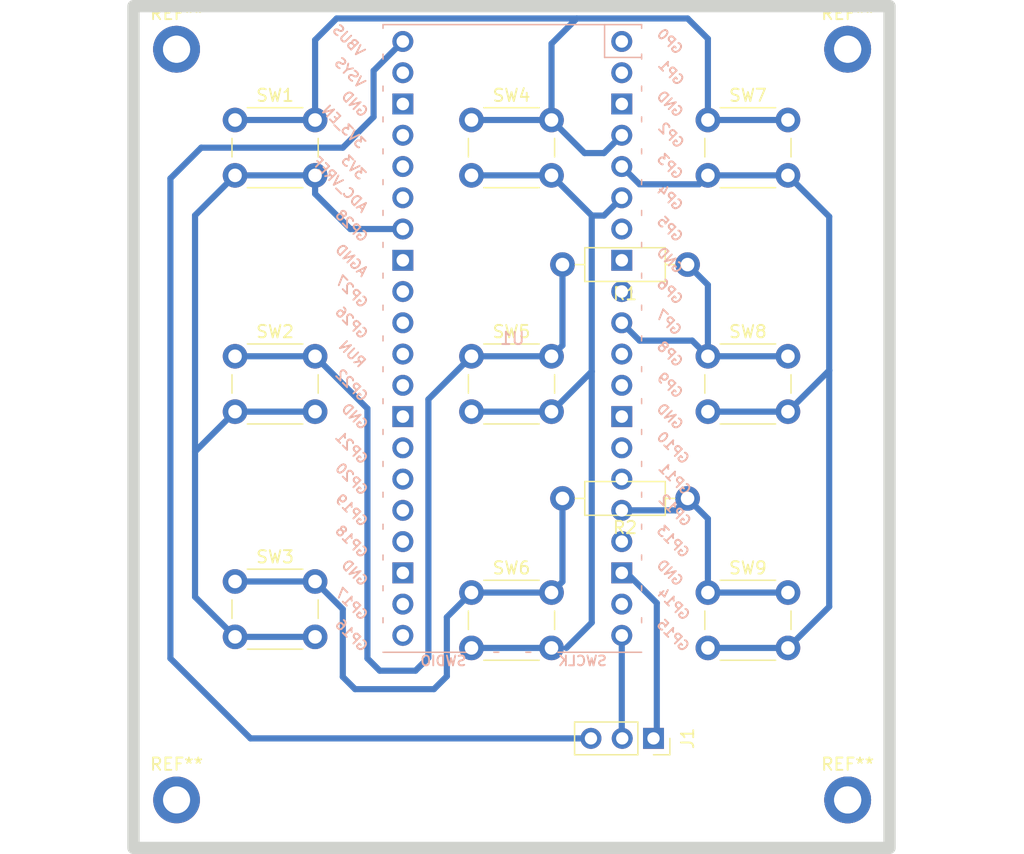
<source format=kicad_pcb>
(kicad_pcb (version 20240108) (generator "pcbnew") (generator_version "8.0")
  (layers (0 "F.Cu" signal) (31 "B.Cu" signal) (34 "B.Paste" user) (35 "F.Paste" user) (36 "B.SilkS" user "B.Silkscreen") (37 "F.SilkS" user "F.Silkscreen") (38 "B.Mask" user) (39 "F.Mask" user) (44 "Edge.Cuts" user))
  (net 0 "")
  (net 1 "Net-(R1-Pad2)")
  (net 32 "Net-(U1-GPIO7)")
  (net 33 "Net-(U1-GPIO12)")
  (net 34 "Net-(R2-Pad2)")
  (net 35 "Net-(U1-GPIO2)")
  (net 37 "Net-(U1-GPIO28_ADC2)")
  (net 38 "Net-(U1-GPIO4)")
  (net 39 "Net-(U1-GPIO3)")
  (net 40 "Net-(J1-Pin_2)")
  (net 41 "Net-(J1-Pin_1)")
  (net 42 "Net-(J1-Pin_3)")
  (footprint "Resistor_THT:R_Axial_DIN0207_L6.3mm_D2.5mm_P10.16mm_Horizontal" (layer "F.Cu") (at 142 87 180)
    (property "Reference" "R2" (at 5.08 -2.37 0) (layer "F.SilkS"))
    (property "Value" "R")
    (fp_line (start 9.12 0) (end 8.35 0) (stroke (width 0.12)) (layer "F.SilkS"))
    (fp_line (start 8.35 1.37) (end 8.35 -1.37) (stroke (width 0.12)) (layer "F.SilkS"))
    (fp_line (start 8.35 -1.37) (end 1.81 -1.37) (stroke (width 0.12)) (layer "F.SilkS"))
    (fp_line (start 1.81 1.37) (end 8.35 1.37) (stroke (width 0.12)) (layer "F.SilkS"))
    (fp_line (start 1.81 -1.37) (end 1.81 1.37) (stroke (width 0.12)) (layer "F.SilkS"))
    (fp_line (start 1.04 0) (end 1.81 0) (stroke (width 0.12)) (layer "F.SilkS"))
    (pad "1" thru_hole circle (at 0 0 180) (size 2 1.6) (drill 1.1) (layers "*.Cu" "*.Mask") (net 33 "Net-(U1-GPIO12)"))
    (pad "2" thru_hole oval (at 10.16 0 180) (size 2 2) (drill 1.1) (layers "*.Cu" "*.Mask") (net 34 "Net-(R2-Pad2)"))
  )
  (footprint "Button_Switch_THT:SW_PUSH_6mm" (layer "F.Cu") (at 105.25 93.75)
    (property "Reference" "SW3" (at 3.25 -2 0) (layer "F.SilkS"))
    (property "Value" "SW_Push")
    (fp_line (start -0.25 1.5) (end -0.25 3) (stroke (width 0.12)) (layer "F.SilkS"))
    (fp_line (start 1 5.5) (end 5.5 5.5) (stroke (width 0.12)) (layer "F.SilkS"))
    (fp_line (start 5.5 -1) (end 1 -1) (stroke (width 0.12)) (layer "F.SilkS"))
    (fp_line (start 6.75 3) (end 6.75 1.5) (stroke (width 0.12)) (layer "F.SilkS"))
    (pad "1" thru_hole circle (at 0 0 90) (size 2 2) (drill 1.1) (layers "*.Cu" "*.Mask") (net 34 "Net-(R2-Pad2)"))
    (pad "1" thru_hole circle (at 6.5 0 90) (size 2 2) (drill 1.1) (layers "*.Cu" "*.Mask") (net 34 "Net-(R2-Pad2)"))
    (pad "2" thru_hole circle (at 0 4.5 90) (size 2 2) (drill 1.1) (layers "*.Cu" "*.Mask") (net 37 "Net-(U1-GPIO28_ADC2)"))
    (pad "2" thru_hole circle (at 6.5 4.5 90) (size 2 2) (drill 1.1) (layers "*.Cu" "*.Mask") (net 37 "Net-(U1-GPIO28_ADC2)"))
  )
  (footprint "Button_Switch_THT:SW_PUSH_6mm" (layer "F.Cu") (at 124.45 94.65)
    (property "Reference" "SW6" (at 3.25 -2 0) (layer "F.SilkS"))
    (property "Value" "SW_Push")
    (fp_line (start -0.25 1.5) (end -0.25 3) (stroke (width 0.12)) (layer "F.SilkS"))
    (fp_line (start 1 5.5) (end 5.5 5.5) (stroke (width 0.12)) (layer "F.SilkS"))
    (fp_line (start 5.5 -1) (end 1 -1) (stroke (width 0.12)) (layer "F.SilkS"))
    (fp_line (start 6.75 3) (end 6.75 1.5) (stroke (width 0.12)) (layer "F.SilkS"))
    (pad "1" thru_hole circle (at 0 0 90) (size 2 2) (drill 1.1) (layers "*.Cu" "*.Mask") (net 34 "Net-(R2-Pad2)"))
    (pad "1" thru_hole circle (at 6.5 0 90) (size 2 2) (drill 1.1) (layers "*.Cu" "*.Mask") (net 34 "Net-(R2-Pad2)"))
    (pad "2" thru_hole circle (at 0 4.5 90) (size 2 2) (drill 1.1) (layers "*.Cu" "*.Mask") (net 38 "Net-(U1-GPIO4)"))
    (pad "2" thru_hole circle (at 6.5 4.5 90) (size 2 2) (drill 1.1) (layers "*.Cu" "*.Mask") (net 38 "Net-(U1-GPIO4)"))
  )
  (footprint "Connector_PinSocket_2.54mm:PinSocket_1x03_P2.54mm_Vertical" (layer "F.Cu") (at 139.232805 106.5 -90)
    (property "Reference" "J1" (at 0 -2.77 90) (layer "F.SilkS"))
    (property "Value" "Conn_01x03_Pin")
    (fp_line (start -1.33 6.41) (end 1.33 6.41) (stroke (width 0.12)) (layer "F.SilkS"))
    (fp_line (start -1.33 1.27) (end -1.33 6.41) (stroke (width 0.12)) (layer "F.SilkS"))
    (fp_line (start -1.33 1.27) (end 1.33 1.27) (stroke (width 0.12)) (layer "F.SilkS"))
    (fp_line (start 1.33 1.27) (end 1.33 6.41) (stroke (width 0.12)) (layer "F.SilkS"))
    (fp_line (start 0 -1.33) (end 1.33 -1.33) (stroke (width 0.12)) (layer "F.SilkS"))
    (fp_line (start 1.33 -1.33) (end 1.33 0) (stroke (width 0.12)) (layer "F.SilkS"))
    (pad "1" thru_hole rect (at 0 0 270) (size 1.7 1.7) (drill 1) (layers "*.Cu" "*.Mask") (net 41 "Net-(J1-Pin_1)"))
    (pad "2" thru_hole oval (at 0 2.54 270) (size 1.7 1.7) (drill 1) (layers "*.Cu" "*.Mask") (net 40 "Net-(J1-Pin_2)"))
    (pad "3" thru_hole oval (at 0 5.08 270) (size 1.7 1.7) (drill 1) (layers "*.Cu" "*.Mask") (net 42 "Net-(J1-Pin_3)"))
  )
  (footprint "Resistor_THT:R_Axial_DIN0207_L6.3mm_D2.5mm_P10.16mm_Horizontal" (layer "F.Cu") (at 142 68 180)
    (property "Reference" "R1" (at 5.08 -2.37 0) (layer "F.SilkS"))
    (property "Value" "R")
    (fp_line (start 9.12 0) (end 8.35 0) (stroke (width 0.12)) (layer "F.SilkS"))
    (fp_line (start 8.35 1.37) (end 8.35 -1.37) (stroke (width 0.12)) (layer "F.SilkS"))
    (fp_line (start 8.35 -1.37) (end 1.81 -1.37) (stroke (width 0.12)) (layer "F.SilkS"))
    (fp_line (start 1.81 1.37) (end 8.35 1.37) (stroke (width 0.12)) (layer "F.SilkS"))
    (fp_line (start 1.81 -1.37) (end 1.81 1.37) (stroke (width 0.12)) (layer "F.SilkS"))
    (fp_line (start 1.04 0) (end 1.81 0) (stroke (width 0.12)) (layer "F.SilkS"))
    (pad "1" thru_hole circle (at 0 0 180) (size 2 1.6) (drill 1.1) (layers "*.Cu" "*.Mask") (net 32 "Net-(U1-GPIO7)"))
    (pad "2" thru_hole oval (at 10.16 0 180) (size 2 2) (drill 1.1) (layers "*.Cu" "*.Mask") (net 1 "Net-(R1-Pad2)"))
  )
  (footprint "Button_Switch_THT:SW_PUSH_6mm" (layer "F.Cu") (at 105.25 56.25)
    (property "Reference" "SW1" (at 3.25 -2 0) (layer "F.SilkS"))
    (property "Value" "SW_Push")
    (fp_line (start -0.25 1.5) (end -0.25 3) (stroke (width 0.12)) (layer "F.SilkS"))
    (fp_line (start 1 5.5) (end 5.5 5.5) (stroke (width 0.12)) (layer "F.SilkS"))
    (fp_line (start 5.5 -1) (end 1 -1) (stroke (width 0.12)) (layer "F.SilkS"))
    (fp_line (start 6.75 3) (end 6.75 1.5) (stroke (width 0.12)) (layer "F.SilkS"))
    (pad "1" thru_hole circle (at 0 0 90) (size 2 2) (drill 1.1) (layers "*.Cu" "*.Mask") (net 35 "Net-(U1-GPIO2)"))
    (pad "1" thru_hole circle (at 6.5 0 90) (size 2 2) (drill 1.1) (layers "*.Cu" "*.Mask") (net 35 "Net-(U1-GPIO2)"))
    (pad "2" thru_hole circle (at 0 4.5 90) (size 2 2) (drill 1.1) (layers "*.Cu" "*.Mask") (net 37 "Net-(U1-GPIO28_ADC2)"))
    (pad "2" thru_hole circle (at 6.5 4.5 90) (size 2 2) (drill 1.1) (layers "*.Cu" "*.Mask") (net 37 "Net-(U1-GPIO28_ADC2)"))
  )
  (footprint "" (layer "F.Cu") (at 100.5 50.5)
    (property "Reference" "" (at 0 0 0) (layer "F.SilkS") (effects (font (size 1.27 1.27))))
    (property "Value" "")
    (pad "1" thru_hole circle (at 0 0) (size 3.8 3.8) (drill 2.2) (layers "*.Cu" "*.Mask"))
  )
  (footprint "Button_Switch_THT:SW_PUSH_6mm" (layer "F.Cu") (at 124.45 75.45)
    (property "Reference" "SW5" (at 3.25 -2 0) (layer "F.SilkS"))
    (property "Value" "SW_Push")
    (fp_line (start -0.25 1.5) (end -0.25 3) (stroke (width 0.12)) (layer "F.SilkS"))
    (fp_line (start 1 5.5) (end 5.5 5.5) (stroke (width 0.12)) (layer "F.SilkS"))
    (fp_line (start 5.5 -1) (end 1 -1) (stroke (width 0.12)) (layer "F.SilkS"))
    (fp_line (start 6.75 3) (end 6.75 1.5) (stroke (width 0.12)) (layer "F.SilkS"))
    (pad "1" thru_hole circle (at 0 0 90) (size 2 2) (drill 1.1) (layers "*.Cu" "*.Mask") (net 1 "Net-(R1-Pad2)"))
    (pad "1" thru_hole circle (at 6.5 0 90) (size 2 2) (drill 1.1) (layers "*.Cu" "*.Mask") (net 1 "Net-(R1-Pad2)"))
    (pad "2" thru_hole circle (at 0 4.5 90) (size 2 2) (drill 1.1) (layers "*.Cu" "*.Mask") (net 38 "Net-(U1-GPIO4)"))
    (pad "2" thru_hole circle (at 6.5 4.5 90) (size 2 2) (drill 1.1) (layers "*.Cu" "*.Mask") (net 38 "Net-(U1-GPIO4)"))
  )
  (footprint "MountingHole:MountingHole_2.2mm_M2_DIN965_Pad" (layer "F.Cu") (at 100.5 111.5)
    (property "Reference" "REF**" (at 0 -2.9 0) (layer "F.SilkS"))
    (property "Value" "MountingHole_2.2mm_M2_DIN965_Pad")
    (pad "1" thru_hole circle (at 0 0) (size 3.8 3.8) (drill 2.2) (layers "*.Cu" "*.Mask"))
  )
  (footprint "MountingHole:MountingHole_2.2mm_M2_DIN965_Pad" (layer "F.Cu") (at 155 111.5)
    (property "Reference" "REF**" (at 0 -2.9 0) (layer "F.SilkS"))
    (property "Value" "MountingHole_2.2mm_M2_DIN965_Pad")
    (pad "1" thru_hole circle (at 0 0) (size 3.8 3.8) (drill 2.2) (layers "*.Cu" "*.Mask"))
  )
  (footprint "" (layer "F.Cu") (at 155 50.5)
    (property "Reference" "" (at 0 0 0) (layer "F.SilkS") (effects (font (size 1.27 1.27))))
    (property "Value" "")
    (pad "1" thru_hole circle (at 0 0) (size 3.8 3.8) (drill 2.2) (layers "*.Cu" "*.Mask"))
  )
  (footprint "Button_Switch_THT:SW_PUSH_6mm" (layer "F.Cu") (at 143.65 56.25)
    (property "Reference" "SW7" (at 3.25 -2 0) (layer "F.SilkS"))
    (property "Value" "SW_Push")
    (fp_line (start -0.25 1.5) (end -0.25 3) (stroke (width 0.12)) (layer "F.SilkS"))
    (fp_line (start 1 5.5) (end 5.5 5.5) (stroke (width 0.12)) (layer "F.SilkS"))
    (fp_line (start 5.5 -1) (end 1 -1) (stroke (width 0.12)) (layer "F.SilkS"))
    (fp_line (start 6.75 3) (end 6.75 1.5) (stroke (width 0.12)) (layer "F.SilkS"))
    (pad "1" thru_hole circle (at 0 0 90) (size 2 2) (drill 1.1) (layers "*.Cu" "*.Mask") (net 35 "Net-(U1-GPIO2)"))
    (pad "1" thru_hole circle (at 6.5 0 90) (size 2 2) (drill 1.1) (layers "*.Cu" "*.Mask") (net 35 "Net-(U1-GPIO2)"))
    (pad "2" thru_hole circle (at 0 4.5 90) (size 2 2) (drill 1.1) (layers "*.Cu" "*.Mask") (net 39 "Net-(U1-GPIO3)"))
    (pad "2" thru_hole circle (at 6.5 4.5 90) (size 2 2) (drill 1.1) (layers "*.Cu" "*.Mask") (net 39 "Net-(U1-GPIO3)"))
  )
  (footprint "MountingHole:MountingHole_2.2mm_M2_DIN965_Pad" (layer "F.Cu") (at 100.5 50.5)
    (property "Reference" "REF**" (at 0 -2.9 0) (layer "F.SilkS"))
    (property "Value" "MountingHole_2.2mm_M2_DIN965_Pad")
    (pad "1" thru_hole circle (at 0 0) (size 3.8 3.8) (drill 2.2) (layers "*.Cu" "*.Mask"))
  )
  (footprint "" (layer "F.Cu") (at 155 111.5)
    (property "Reference" "" (at 0 0 0) (layer "F.SilkS") (effects (font (size 1.27 1.27))))
    (property "Value" "")
    (pad "1" thru_hole circle (at 0 0) (size 3.8 3.8) (drill 2.2) (layers "*.Cu" "*.Mask"))
  )
  (footprint "Button_Switch_THT:SW_PUSH_6mm" (layer "F.Cu") (at 143.65 75.45)
    (property "Reference" "SW8" (at 3.25 -2 0) (layer "F.SilkS"))
    (property "Value" "SW_Push")
    (fp_line (start -0.25 1.5) (end -0.25 3) (stroke (width 0.12)) (layer "F.SilkS"))
    (fp_line (start 1 5.5) (end 5.5 5.5) (stroke (width 0.12)) (layer "F.SilkS"))
    (fp_line (start 5.5 -1) (end 1 -1) (stroke (width 0.12)) (layer "F.SilkS"))
    (fp_line (start 6.75 3) (end 6.75 1.5) (stroke (width 0.12)) (layer "F.SilkS"))
    (pad "1" thru_hole circle (at 0 0 90) (size 2 2) (drill 1.1) (layers "*.Cu" "*.Mask") (net 32 "Net-(U1-GPIO7)"))
    (pad "1" thru_hole circle (at 6.5 0 90) (size 2 2) (drill 1.1) (layers "*.Cu" "*.Mask") (net 32 "Net-(U1-GPIO7)"))
    (pad "2" thru_hole circle (at 0 4.5 90) (size 2 2) (drill 1.1) (layers "*.Cu" "*.Mask") (net 39 "Net-(U1-GPIO3)"))
    (pad "2" thru_hole circle (at 6.5 4.5 90) (size 2 2) (drill 1.1) (layers "*.Cu" "*.Mask") (net 39 "Net-(U1-GPIO3)"))
  )
  (footprint "Button_Switch_THT:SW_PUSH_6mm" (layer "F.Cu") (at 143.65 94.65)
    (property "Reference" "SW9" (at 3.25 -2 0) (layer "F.SilkS"))
    (property "Value" "SW_Push")
    (fp_line (start -0.25 1.5) (end -0.25 3) (stroke (width 0.12)) (layer "F.SilkS"))
    (fp_line (start 1 5.5) (end 5.5 5.5) (stroke (width 0.12)) (layer "F.SilkS"))
    (fp_line (start 5.5 -1) (end 1 -1) (stroke (width 0.12)) (layer "F.SilkS"))
    (fp_line (start 6.75 3) (end 6.75 1.5) (stroke (width 0.12)) (layer "F.SilkS"))
    (pad "1" thru_hole circle (at 0 0 90) (size 2 2) (drill 1.1) (layers "*.Cu" "*.Mask") (net 33 "Net-(U1-GPIO12)"))
    (pad "1" thru_hole circle (at 6.5 0 90) (size 2 2) (drill 1.1) (layers "*.Cu" "*.Mask") (net 33 "Net-(U1-GPIO12)"))
    (pad "2" thru_hole circle (at 0 4.5 90) (size 2 2) (drill 1.1) (layers "*.Cu" "*.Mask") (net 39 "Net-(U1-GPIO3)"))
    (pad "2" thru_hole circle (at 6.5 4.5 90) (size 2 2) (drill 1.1) (layers "*.Cu" "*.Mask") (net 39 "Net-(U1-GPIO3)"))
  )
  (footprint "Button_Switch_THT:SW_PUSH_6mm" (layer "F.Cu") (at 124.45 56.25)
    (property "Reference" "SW4" (at 3.25 -2 0) (layer "F.SilkS"))
    (property "Value" "SW_Push")
    (fp_line (start -0.25 1.5) (end -0.25 3) (stroke (width 0.12)) (layer "F.SilkS"))
    (fp_line (start 1 5.5) (end 5.5 5.5) (stroke (width 0.12)) (layer "F.SilkS"))
    (fp_line (start 5.5 -1) (end 1 -1) (stroke (width 0.12)) (layer "F.SilkS"))
    (fp_line (start 6.75 3) (end 6.75 1.5) (stroke (width 0.12)) (layer "F.SilkS"))
    (pad "1" thru_hole circle (at 0 0 90) (size 2 2) (drill 1.1) (layers "*.Cu" "*.Mask") (net 35 "Net-(U1-GPIO2)"))
    (pad "1" thru_hole circle (at 6.5 0 90) (size 2 2) (drill 1.1) (layers "*.Cu" "*.Mask") (net 35 "Net-(U1-GPIO2)"))
    (pad "2" thru_hole circle (at 0 4.5 90) (size 2 2) (drill 1.1) (layers "*.Cu" "*.Mask") (net 38 "Net-(U1-GPIO4)"))
    (pad "2" thru_hole circle (at 6.5 4.5 90) (size 2 2) (drill 1.1) (layers "*.Cu" "*.Mask") (net 38 "Net-(U1-GPIO4)"))
  )
  (footprint "Button_Switch_THT:SW_PUSH_6mm" (layer "F.Cu") (at 105.25 75.45)
    (property "Reference" "SW2" (at 3.25 -2 0) (layer "F.SilkS"))
    (property "Value" "SW_Push")
    (fp_line (start -0.25 1.5) (end -0.25 3) (stroke (width 0.12)) (layer "F.SilkS"))
    (fp_line (start 1 5.5) (end 5.5 5.5) (stroke (width 0.12)) (layer "F.SilkS"))
    (fp_line (start 5.5 -1) (end 1 -1) (stroke (width 0.12)) (layer "F.SilkS"))
    (fp_line (start 6.75 3) (end 6.75 1.5) (stroke (width 0.12)) (layer "F.SilkS"))
    (pad "1" thru_hole circle (at 0 0 90) (size 2 2) (drill 1.1) (layers "*.Cu" "*.Mask") (net 1 "Net-(R1-Pad2)"))
    (pad "1" thru_hole circle (at 6.5 0 90) (size 2 2) (drill 1.1) (layers "*.Cu" "*.Mask") (net 1 "Net-(R1-Pad2)"))
    (pad "2" thru_hole circle (at 0 4.5 90) (size 2 2) (drill 1.1) (layers "*.Cu" "*.Mask") (net 37 "Net-(U1-GPIO28_ADC2)"))
    (pad "2" thru_hole circle (at 6.5 4.5 90) (size 2 2) (drill 1.1) (layers "*.Cu" "*.Mask") (net 37 "Net-(U1-GPIO28_ADC2)"))
  )
  (footprint "MountingHole:MountingHole_2.2mm_M2_DIN965_Pad" (layer "F.Cu") (at 155 50.5)
    (property "Reference" "REF**" (at 0 -2.9 0) (layer "F.SilkS"))
    (property "Value" "MountingHole_2.2mm_M2_DIN965_Pad")
    (pad "1" thru_hole circle (at 0 0) (size 3.8 3.8) (drill 2.2) (layers "*.Cu" "*.Mask"))
  )
  (footprint "Raspberry Pi Pico 2040:RPi_Pico_SMD_TH" (layer "B.Cu") (at 127.765555 74 180)
    (property "Reference" "U1" (at 0 0 0) (layer "B.SilkS") (effects (justify mirror)))
    (property "Value" "Pico")
    (fp_line (start 10.5 25.5) (end -10.5 25.5) (stroke (width 0.12)) (layer "B.SilkS"))
    (fp_line (start 10.5 25.2) (end 10.5 25.5) (stroke (width 0.12)) (layer "B.SilkS"))
    (fp_line (start 10.5 22.7) (end 10.5 23.1) (stroke (width 0.12)) (layer "B.SilkS"))
    (fp_line (start 10.5 20.1) (end 10.5 20.5) (stroke (width 0.12)) (layer "B.SilkS"))
    (fp_line (start 10.5 17.6) (end 10.5 18) (stroke (width 0.12)) (layer "B.SilkS"))
    (fp_line (start 10.5 15) (end 10.5 15.4) (stroke (width 0.12)) (layer "B.SilkS"))
    (fp_line (start 10.5 12.5) (end 10.5 12.9) (stroke (width 0.12)) (layer "B.SilkS"))
    (fp_line (start 10.5 10) (end 10.5 10.4) (stroke (width 0.12)) (layer "B.SilkS"))
    (fp_line (start 10.5 7.4) (end 10.5 7.8) (stroke (width 0.12)) (layer "B.SilkS"))
    (fp_line (start 10.5 4.9) (end 10.5 5.3) (stroke (width 0.12)) (layer "B.SilkS"))
    (fp_line (start 10.5 2.3) (end 10.5 2.7) (stroke (width 0.12)) (layer "B.SilkS"))
    (fp_line (start 10.5 -0.2) (end 10.5 0.2) (stroke (width 0.12)) (layer "B.SilkS"))
    (fp_line (start 10.5 -2.7) (end 10.5 -2.3) (stroke (width 0.12)) (layer "B.SilkS"))
    (fp_line (start 10.5 -5.3) (end 10.5 -4.9) (stroke (width 0.12)) (layer "B.SilkS"))
    (fp_line (start 10.5 -7.8) (end 10.5 -7.4) (stroke (width 0.12)) (layer "B.SilkS"))
    (fp_line (start 10.5 -10.4) (end 10.5 -10) (stroke (width 0.12)) (layer "B.SilkS"))
    (fp_line (start 10.5 -12.9) (end 10.5 -12.5) (stroke (width 0.12)) (layer "B.SilkS"))
    (fp_line (start 10.5 -15.5) (end 10.5 -15.1) (stroke (width 0.12)) (layer "B.SilkS"))
    (fp_line (start 10.5 -18) (end 10.5 -17.6) (stroke (width 0.12)) (layer "B.SilkS"))
    (fp_line (start 10.5 -20.5) (end 10.5 -20.1) (stroke (width 0.12)) (layer "B.SilkS"))
    (fp_line (start 10.5 -23.1) (end 10.5 -22.7) (stroke (width 0.12)) (layer "B.SilkS"))
    (fp_line (start 3.7 -25.5) (end 10.5 -25.5) (stroke (width 0.12)) (layer "B.SilkS"))
    (fp_line (start 1.5 -25.5) (end 1.1 -25.5) (stroke (width 0.12)) (layer "B.SilkS"))
    (fp_line (start -1.1 -25.5) (end -1.5 -25.5) (stroke (width 0.12)) (layer "B.SilkS"))
    (fp_line (start -7.493 25.5) (end -7.493 22.833) (stroke (width 0.12)) (layer "B.SilkS"))
    (fp_line (start -7.493 22.833) (end -10.5 22.833) (stroke (width 0.12)) (layer "B.SilkS"))
    (fp_line (start -10.5 25.2) (end -10.5 25.5) (stroke (width 0.12)) (layer "B.SilkS"))
    (fp_line (start -10.5 22.7) (end -10.5 23.1) (stroke (width 0.12)) (layer "B.SilkS"))
    (fp_line (start -10.5 20.1) (end -10.5 20.5) (stroke (width 0.12)) (layer "B.SilkS"))
    (fp_line (start -10.5 17.6) (end -10.5 18) (stroke (width 0.12)) (layer "B.SilkS"))
    (fp_line (start -10.5 15) (end -10.5 15.4) (stroke (width 0.12)) (layer "B.SilkS"))
    (fp_line (start -10.5 12.5) (end -10.5 12.9) (stroke (width 0.12)) (layer "B.SilkS"))
    (fp_line (start -10.5 10) (end -10.5 10.4) (stroke (width 0.12)) (layer "B.SilkS"))
    (fp_line (start -10.5 7.4) (end -10.5 7.8) (stroke (width 0.12)) (layer "B.SilkS"))
    (fp_line (start -10.5 4.9) (end -10.5 5.3) (stroke (width 0.12)) (layer "B.SilkS"))
    (fp_line (start -10.5 2.3) (end -10.5 2.7) (stroke (width 0.12)) (layer "B.SilkS"))
    (fp_line (start -10.5 -0.2) (end -10.5 0.2) (stroke (width 0.12)) (layer "B.SilkS"))
    (fp_line (start -10.5 -2.7) (end -10.5 -2.3) (stroke (width 0.12)) (layer "B.SilkS"))
    (fp_line (start -10.5 -5.3) (end -10.5 -4.9) (stroke (width 0.12)) (layer "B.SilkS"))
    (fp_line (start -10.5 -7.8) (end -10.5 -7.4) (stroke (width 0.12)) (layer "B.SilkS"))
    (fp_line (start -10.5 -10.4) (end -10.5 -10) (stroke (width 0.12)) (layer "B.SilkS"))
    (fp_line (start -10.5 -12.9) (end -10.5 -12.5) (stroke (width 0.12)) (layer "B.SilkS"))
    (fp_line (start -10.5 -15.5) (end -10.5 -15.1) (stroke (width 0.12)) (layer "B.SilkS"))
    (fp_line (start -10.5 -18) (end -10.5 -17.6) (stroke (width 0.12)) (layer "B.SilkS"))
    (fp_line (start -10.5 -20.5) (end -10.5 -20.1) (stroke (width 0.12)) (layer "B.SilkS"))
    (fp_line (start -10.5 -23.1) (end -10.5 -22.7) (stroke (width 0.12)) (layer "B.SilkS"))
    (fp_line (start -10.5 -25.5) (end -3.7 -25.5) (stroke (width 0.12)) (layer "B.SilkS"))
    (fp_text user "VBUS" (at 13.3 24.2 135) (layer "B.SilkS") (effects (font (size 0.8 0.8)) (justify mirror)))
    (fp_text user "GP9" (at -12.8 -3.81 135) (layer "B.SilkS") (effects (font (size 0.8 0.8)) (justify mirror)))
    (fp_text user "GND" (at -12.8 -19.05 135) (layer "B.SilkS") (effects (font (size 0.8 0.8)) (justify mirror)))
    (fp_text user "GP27" (at 13.054 3.8 135) (layer "B.SilkS") (effects (font (size 0.8 0.8)) (justify mirror)))
    (fp_text user "GP12" (at -13.2 -13.97 135) (layer "B.SilkS") (effects (font (size 0.8 0.8)) (justify mirror)))
    (fp_text user "GP14" (at -13.1 -21.59 135) (layer "B.SilkS") (effects (font (size 0.8 0.8)) (justify mirror)))
    (fp_text user "GP11" (at -13.2 -11.43 135) (layer "B.SilkS") (effects (font (size 0.8 0.8)) (justify mirror)))
    (fp_text user "SWDIO" (at 5.6 -26.2 0) (layer "B.SilkS") (effects (font (size 0.8 0.8)) (justify mirror)))
    (fp_text user "GND" (at -12.8 19.05 135) (layer "B.SilkS") (effects (font (size 0.8 0.8)) (justify mirror)))
    (fp_text user "GP17" (at 13.054 -21.59 135) (layer "B.SilkS") (effects (font (size 0.8 0.8)) (justify mirror)))
    (fp_text user "SWCLK" (at -5.7 -26.2 0) (layer "B.SilkS") (effects (font (size 0.8 0.8)) (justify mirror)))
    (fp_text user "GP13" (at -13.054 -16.51 135) (layer "B.SilkS") (effects (font (size 0.8 0.8)) (justify mirror)))
    (fp_text user "GND" (at 12.8 -6.35 135) (layer "B.SilkS") (effects (font (size 0.8 0.8)) (justify mirror)))
    (fp_text user "GP15" (at -13.054 -24.13 135) (layer "B.SilkS") (effects (font (size 0.8 0.8)) (justify mirror)))
    (fp_text user "GP3" (at -12.8 13.97 135) (layer "B.SilkS") (effects (font (size 0.8 0.8)) (justify mirror)))
    (fp_text user "3V3" (at 12.9 13.9 135) (layer "B.SilkS") (effects (font (size 0.8 0.8)) (justify mirror)))
    (fp_text user "GP19" (at 13.054 -13.97 135) (layer "B.SilkS") (effects (font (size 0.8 0.8)) (justify mirror)))
    (fp_text user "RUN" (at 13 -1.27 135) (layer "B.SilkS") (effects (font (size 0.8 0.8)) (justify mirror)))
    (fp_text user "GP16" (at 13.054 -24.13 135) (layer "B.SilkS") (effects (font (size 0.8 0.8)) (justify mirror)))
    (fp_text user "GND" (at 12.8 19.05 135) (layer "B.SilkS") (effects (font (size 0.8 0.8)) (justify mirror)))
    (fp_text user "AGND" (at 13.054 6.35 135) (layer "B.SilkS") (effects (font (size 0.8 0.8)) (justify mirror)))
    (fp_text user "GP8" (at -12.8 -1.27 135) (layer "B.SilkS") (effects (font (size 0.8 0.8)) (justify mirror)))
    (fp_text user "GP7" (at -12.7 1.3 135) (layer "B.SilkS") (effects (font (size 0.8 0.8)) (justify mirror)))
    (fp_text user "GP22" (at 13.054 -3.81 135) (layer "B.SilkS") (effects (font (size 0.8 0.8)) (justify mirror)))
    (fp_text user "GP26" (at 13.054 1.27 135) (layer "B.SilkS") (effects (font (size 0.8 0.8)) (justify mirror)))
    (fp_text user "GP10" (at -13.054 -8.89 135) (layer "B.SilkS") (effects (font (size 0.8 0.8)) (justify mirror)))
    (fp_text user "VSYS" (at 13.2 21.59 135) (layer "B.SilkS") (effects (font (size 0.8 0.8)) (justify mirror)))
    (fp_text user "GP5" (at -12.8 8.89 135) (layer "B.SilkS") (effects (font (size 0.8 0.8)) (justify mirror)))
    (fp_text user "GP2" (at -12.9 16.51 135) (layer "B.SilkS") (effects (font (size 0.8 0.8)) (justify mirror)))
    (fp_text user "GP21" (at 13.054 -8.9 135) (layer "B.SilkS") (effects (font (size 0.8 0.8)) (justify mirror)))
    (fp_text user "GP1" (at -12.9 21.6 135) (layer "B.SilkS") (effects (font (size 0.8 0.8)) (justify mirror)))
    (fp_text user "GND" (at 12.8 -19.05 135) (layer "B.SilkS") (effects (font (size 0.8 0.8)) (justify mirror)))
    (fp_text user "GP28" (at 13.054 9.144 135) (layer "B.SilkS") (effects (font (size 0.8 0.8)) (justify mirror)))
    (fp_text user "GP20" (at 13.054 -11.43 135) (layer "B.SilkS") (effects (font (size 0.8 0.8)) (justify mirror)))
    (fp_text user "GP0" (at -12.8 24.13 135) (layer "B.SilkS") (effects (font (size 0.8 0.8)) (justify mirror)))
    (fp_text user "GP18" (at 13.054 -16.51 135) (layer "B.SilkS") (effects (font (size 0.8 0.8)) (justify mirror)))
    (fp_text user "GND" (at -12.8 -6.35 135) (layer "B.SilkS") (effects (font (size 0.8 0.8)) (justify mirror)))
    (fp_text user "GP4" (at -12.8 11.43 135) (layer "B.SilkS") (effects (font (size 0.8 0.8)) (justify mirror)))
    (fp_text user "GP6" (at -12.8 3.81 135) (layer "B.SilkS") (effects (font (size 0.8 0.8)) (justify mirror)))
    (fp_text user "ADC_VREF" (at 14 12.5 135) (layer "B.SilkS") (effects (font (size 0.8 0.8)) (justify mirror)))
    (fp_text user "3V3_EN" (at 13.7 17.2 135) (layer "B.SilkS") (effects (font (size 0.8 0.8)) (justify mirror)))
    (fp_text user "GND" (at -12.8 6.35 135) (layer "B.SilkS") (effects (font (size 0.8 0.8)) (justify mirror)))
    (pad "1" thru_hole oval (at -8.89 24.13 180) (size 1.7 1.7) (drill 1.02) (layers "*.Cu" "*.Mask"))
    (pad "2" thru_hole oval (at -8.89 21.59 180) (size 1.7 1.7) (drill 1.02) (layers "*.Cu" "*.Mask"))
    (pad "3" thru_hole rect (at -8.89 19.05 180) (size 1.7 1.7) (drill 1.02) (layers "*.Cu" "*.Mask"))
    (pad "4" thru_hole oval (at -8.89 16.51 180) (size 1.7 1.7) (drill 1.02) (layers "*.Cu" "*.Mask") (net 35 "Net-(U1-GPIO2)"))
    (pad "5" thru_hole oval (at -8.89 13.97 180) (size 1.7 1.7) (drill 1.02) (layers "*.Cu" "*.Mask") (net 39 "Net-(U1-GPIO3)"))
    (pad "6" thru_hole oval (at -8.89 11.43 180) (size 1.7 1.7) (drill 1.02) (layers "*.Cu" "*.Mask") (net 38 "Net-(U1-GPIO4)"))
    (pad "7" thru_hole oval (at -8.89 8.89 180) (size 1.7 1.7) (drill 1.02) (layers "*.Cu" "*.Mask"))
    (pad "8" thru_hole rect (at -8.89 6.35 180) (size 1.7 1.7) (drill 1.02) (layers "*.Cu" "*.Mask"))
    (pad "9" thru_hole oval (at -8.89 3.81 180) (size 1.7 1.7) (drill 1.02) (layers "*.Cu" "*.Mask"))
    (pad "10" thru_hole oval (at -8.89 1.27 180) (size 1.7 1.7) (drill 1.02) (layers "*.Cu" "*.Mask") (net 32 "Net-(U1-GPIO7)"))
    (pad "11" thru_hole oval (at -8.89 -1.27 180) (size 1.7 1.7) (drill 1.02) (layers "*.Cu" "*.Mask"))
    (pad "12" thru_hole oval (at -8.89 -3.81 180) (size 1.7 1.7) (drill 1.02) (layers "*.Cu" "*.Mask"))
    (pad "13" thru_hole rect (at -8.89 -6.35 180) (size 1.7 1.7) (drill 1.02) (layers "*.Cu" "*.Mask"))
    (pad "14" thru_hole oval (at -8.89 -8.89 180) (size 1.7 1.7) (drill 1.02) (layers "*.Cu" "*.Mask"))
    (pad "15" thru_hole oval (at -8.89 -11.43 180) (size 1.7 1.7) (drill 1.02) (layers "*.Cu" "*.Mask"))
    (pad "16" thru_hole oval (at -8.89 -13.97 180) (size 1.7 1.7) (drill 1.02) (layers "*.Cu" "*.Mask") (net 33 "Net-(U1-GPIO12)"))
    (pad "17" thru_hole oval (at -8.89 -16.51 180) (size 1.7 1.7) (drill 1.02) (layers "*.Cu" "*.Mask"))
    (pad "18" thru_hole rect (at -8.89 -19.05 180) (size 1.7 1.7) (drill 1.02) (layers "*.Cu" "*.Mask") (net 41 "Net-(J1-Pin_1)"))
    (pad "19" thru_hole oval (at -8.89 -21.59 180) (size 1.7 1.7) (drill 1.02) (layers "*.Cu" "*.Mask"))
    (pad "20" thru_hole oval (at -8.89 -24.13 180) (size 1.7 1.7) (drill 1.02) (layers "*.Cu" "*.Mask") (net 40 "Net-(J1-Pin_2)"))
    (pad "21" thru_hole oval (at 8.89 -24.13 180) (size 1.7 1.7) (drill 1.02) (layers "*.Cu" "*.Mask"))
    (pad "22" thru_hole oval (at 8.89 -21.59 180) (size 1.7 1.7) (drill 1.02) (layers "*.Cu" "*.Mask"))
    (pad "23" thru_hole rect (at 8.89 -19.05 180) (size 1.7 1.7) (drill 1.02) (layers "*.Cu" "*.Mask"))
    (pad "24" thru_hole oval (at 8.89 -16.51 180) (size 1.7 1.7) (drill 1.02) (layers "*.Cu" "*.Mask"))
    (pad "25" thru_hole oval (at 8.89 -13.97 180) (size 1.7 1.7) (drill 1.02) (layers "*.Cu" "*.Mask"))
    (pad "26" thru_hole oval (at 8.89 -11.43 180) (size 1.7 1.7) (drill 1.02) (layers "*.Cu" "*.Mask"))
    (pad "27" thru_hole oval (at 8.89 -8.89 180) (size 1.7 1.7) (drill 1.02) (layers "*.Cu" "*.Mask"))
    (pad "28" thru_hole rect (at 8.89 -6.35 180) (size 1.7 1.7) (drill 1.02) (layers "*.Cu" "*.Mask"))
    (pad "29" thru_hole oval (at 8.89 -3.81 180) (size 1.7 1.7) (drill 1.02) (layers "*.Cu" "*.Mask"))
    (pad "30" thru_hole oval (at 8.89 -1.27 180) (size 1.7 1.7) (drill 1.02) (layers "*.Cu" "*.Mask"))
    (pad "31" thru_hole oval (at 8.89 1.27 180) (size 1.7 1.7) (drill 1.02) (layers "*.Cu" "*.Mask"))
    (pad "32" thru_hole oval (at 8.89 3.81 180) (size 1.7 1.7) (drill 1.02) (layers "*.Cu" "*.Mask"))
    (pad "33" thru_hole rect (at 8.89 6.35 180) (size 1.7 1.7) (drill 1.02) (layers "*.Cu" "*.Mask"))
    (pad "34" thru_hole oval (at 8.89 8.89 180) (size 1.7 1.7) (drill 1.02) (layers "*.Cu" "*.Mask") (net 37 "Net-(U1-GPIO28_ADC2)"))
    (pad "35" thru_hole oval (at 8.89 11.43 180) (size 1.7 1.7) (drill 1.02) (layers "*.Cu" "*.Mask"))
    (pad "36" thru_hole oval (at 8.89 13.97 180) (size 1.7 1.7) (drill 1.02) (layers "*.Cu" "*.Mask"))
    (pad "37" thru_hole oval (at 8.89 16.51 180) (size 1.7 1.7) (drill 1.02) (layers "*.Cu" "*.Mask"))
    (pad "38" thru_hole rect (at 8.89 19.05 180) (size 1.7 1.7) (drill 1.02) (layers "*.Cu" "*.Mask"))
    (pad "39" thru_hole oval (at 8.89 21.59 180) (size 1.7 1.7) (drill 1.02) (layers "*.Cu" "*.Mask"))
    (pad "40" thru_hole oval (at 8.89 24.13 180) (size 1.7 1.7) (drill 1.02) (layers "*.Cu" "*.Mask") (net 42 "Net-(J1-Pin_3)"))
  )
  (gr_rect (start 97 47) (end 158.4 115.4) (stroke (width 1)) (fill none) (layer "Edge.Cuts"))
  (segment (start 116 79.7) (end 111.75 75.45) (width 0.5) (layer "B.Cu") (net 1))
  (segment (start 116 100) (end 116 79.7) (width 0.5) (layer "B.Cu") (net 1))
  (segment (start 131.84 74.56) (end 130.95 75.45) (width 0.5) (layer "B.Cu") (net 1))
  (segment (start 124.45 75.45) (end 120.95 78.95) (width 0.5) (layer "B.Cu") (net 1))
  (segment (start 120.95 78.95) (end 120.95 99.95) (width 0.5) (layer "B.Cu") (net 1))
  (segment (start 131.84 68) (end 131.84 74.56) (width 0.5) (layer "B.Cu") (net 1))
  (segment (start 124.45 75.45) (end 130.95 75.45) (width 0.5) (layer "B.Cu") (net 1))
  (segment (start 120.95 99.95) (end 119.9 101) (width 0.5) (layer "B.Cu") (net 1))
  (segment (start 105.25 75.45) (end 111.75 75.45) (width 0.5) (layer "B.Cu") (net 1))
  (segment (start 117 101) (end 116 100) (width 0.5) (layer "B.Cu") (net 1))
  (segment (start 119.9 101) (end 117 101) (width 0.5) (layer "B.Cu") (net 1))
  (segment (start 138.102752 74.177197) (end 142.377197 74.177197) (width 0.5) (layer "B.Cu") (net 32))
  (segment (start 136.655555 72.73) (end 138.102752 74.177197) (width 0.5) (layer "B.Cu") (net 32))
  (segment (start 143.65 75.45) (end 143.65 69.65) (width 0.5) (layer "B.Cu") (net 32))
  (segment (start 143.65 69.65) (end 142 68) (width 0.5) (layer "B.Cu") (net 32))
  (segment (start 143.65 75.45) (end 150.15 75.45) (width 0.5) (layer "B.Cu") (net 32))
  (segment (start 142.377197 74.177197) (end 143.65 75.45) (width 0.5) (layer "B.Cu") (net 32))
  (segment (start 143.65 94.65) (end 150.15 94.65) (width 0.5) (layer "B.Cu") (net 33))
  (segment (start 143.65 94.65) (end 143.65 88.65) (width 0.5) (layer "B.Cu") (net 33))
  (segment (start 136.655555 87.97) (end 141.03 87.97) (width 0.5) (layer "B.Cu") (net 33))
  (segment (start 143.65 88.65) (end 142 87) (width 0.5) (layer "B.Cu") (net 33))
  (segment (start 141.03 87.97) (end 142 87) (width 0.5) (layer "B.Cu") (net 33))
  (segment (start 115 102.5) (end 114 101.5) (width 0.5) (layer "B.Cu") (net 34))
  (segment (start 131.84 87) (end 131.84 93.76) (width 0.5) (layer "B.Cu") (net 34))
  (segment (start 114 101.5) (end 114 96) (width 0.5) (layer "B.Cu") (net 34))
  (segment (start 122.45 101.45) (end 121.4 102.5) (width 0.5) (layer "B.Cu") (net 34))
  (segment (start 105.25 93.75) (end 111.75 93.75) (width 0.5) (layer "B.Cu") (net 34))
  (segment (start 122.45 96.65) (end 122.45 101.45) (width 0.5) (layer "B.Cu") (net 34))
  (segment (start 124.45 94.65) (end 122.45 96.65) (width 0.5) (layer "B.Cu") (net 34))
  (segment (start 114 96) (end 111.75 93.75) (width 0.5) (layer "B.Cu") (net 34))
  (segment (start 131.84 93.76) (end 130.95 94.65) (width 0.5) (layer "B.Cu") (net 34))
  (segment (start 121.4 102.5) (end 115 102.5) (width 0.5) (layer "B.Cu") (net 34))
  (segment (start 124.45 94.65) (end 130.95 94.65) (width 0.5) (layer "B.Cu") (net 34))
  (segment (start 130.95 56.25) (end 130.95 50.05) (width 0.5) (layer "B.Cu") (net 35))
  (segment (start 142 48) (end 143.65 49.65) (width 0.5) (layer "B.Cu") (net 35))
  (segment (start 111.75 49.75) (end 113.5 48) (width 0.5) (layer "B.Cu") (net 35))
  (segment (start 130.95 50.05) (end 133 48) (width 0.5) (layer "B.Cu") (net 35))
  (segment (start 143.65 49.65) (end 143.65 56.25) (width 0.5) (layer "B.Cu") (net 35))
  (segment (start 143.65 56.25) (end 150.15 56.25) (width 0.5) (layer "B.Cu") (net 35))
  (segment (start 111.75 56.25) (end 111.75 49.75) (width 0.5) (layer "B.Cu") (net 35))
  (segment (start 105.25 56.25) (end 111.75 56.25) (width 0.5) (layer "B.Cu") (net 35))
  (segment (start 130.95 56.25) (end 133.637197 58.937197) (width 0.5) (layer "B.Cu") (net 35))
  (segment (start 124.45 56.25) (end 130.95 56.25) (width 0.5) (layer "B.Cu") (net 35))
  (segment (start 133.637197 58.937197) (end 135.208358 58.937197) (width 0.5) (layer "B.Cu") (net 35))
  (segment (start 133 48) (end 142 48) (width 0.5) (layer "B.Cu") (net 35))
  (segment (start 113.5 48) (end 133 48) (width 0.5) (layer "B.Cu") (net 35))
  (segment (start 135.208358 58.937197) (end 136.655555 57.49) (width 0.5) (layer "B.Cu") (net 35))
  (segment (start 102 95) (end 102 83.2) (width 0.5) (layer "B.Cu") (net 37))
  (segment (start 114.61 65.11) (end 111.75 62.25) (width 0.5) (layer "B.Cu") (net 37))
  (segment (start 102 64) (end 105.25 60.75) (width 0.5) (layer "B.Cu") (net 37))
  (segment (start 111.75 62.25) (end 111.75 60.75) (width 0.5) (layer "B.Cu") (net 37))
  (segment (start 105.25 79.95) (end 111.75 79.95) (width 0.5) (layer "B.Cu") (net 37))
  (segment (start 105.25 60.75) (end 111.75 60.75) (width 0.5) (layer "B.Cu") (net 37))
  (segment (start 105.25 98.25) (end 111.75 98.25) (width 0.5) (layer "B.Cu") (net 37))
  (segment (start 105.25 98.25) (end 102 95) (width 0.5) (layer "B.Cu") (net 37))
  (segment (start 102 83.2) (end 102 64) (width 0.5) (layer "B.Cu") (net 37))
  (segment (start 118.875555 65.11) (end 114.61 65.11) (width 0.5) (layer "B.Cu") (net 37))
  (segment (start 102 83.2) (end 105.25 79.95) (width 0.5) (layer "B.Cu") (net 37))
  (segment (start 130.95 60.75) (end 134.217197 64.017197) (width 0.5) (layer "B.Cu") (net 38))
  (segment (start 124.45 79.95) (end 130.95 79.95) (width 0.5) (layer "B.Cu") (net 38))
  (segment (start 124.45 60.75) (end 130.95 60.75) (width 0.5) (layer "B.Cu") (net 38))
  (segment (start 134.217197 64.017197) (end 135.208358 64.017197) (width 0.5) (layer "B.Cu") (net 38))
  (segment (start 135.208358 64.017197) (end 136.655555 62.57) (width 0.5) (layer "B.Cu") (net 38))
  (segment (start 134.217197 76.682803) (end 134.217197 97.088358) (width 0.5) (layer "B.Cu") (net 38))
  (segment (start 134.217197 64.017197) (end 134.217197 76.682803) (width 0.5) (layer "B.Cu") (net 38))
  (segment (start 124.45 99.15) (end 130.95 99.15) (width 0.5) (layer "B.Cu") (net 38))
  (segment (start 134.217197 97.088358) (end 132.155555 99.15) (width 0.5) (layer "B.Cu") (net 38))
  (segment (start 134.217197 76.682803) (end 130.95 79.95) (width 0.5) (layer "B.Cu") (net 38))
  (segment (start 153.5 95.8) (end 153.5 76.6) (width 0.5) (layer "B.Cu") (net 39))
  (segment (start 143.65 79.95) (end 150.15 79.95) (width 0.5) (layer "B.Cu") (net 39))
  (segment (start 153.5 64.1) (end 153.5 76.6) (width 0.5) (layer "B.Cu") (net 39))
  (segment (start 136.655555 60.03) (end 138.102752 61.477197) (width 0.5) (layer "B.Cu") (net 39))
  (segment (start 150.15 60.75) (end 143.65 60.75) (width 0.5) (layer "B.Cu") (net 39))
  (segment (start 138.102752 61.477197) (end 142.922803 61.477197) (width 0.5) (layer "B.Cu") (net 39))
  (segment (start 142.922803 61.477197) (end 143.65 60.75) (width 0.5) (layer "B.Cu") (net 39))
  (segment (start 143.65 99.15) (end 150.15 99.15) (width 0.5) (layer "B.Cu") (net 39))
  (segment (start 150.15 99.15) (end 153.5 95.8) (width 0.5) (layer "B.Cu") (net 39))
  (segment (start 150.15 60.75) (end 153.5 64.1) (width 0.5) (layer "B.Cu") (net 39))
  (segment (start 153.5 76.6) (end 150.15 79.95) (width 0.5) (layer "B.Cu") (net 39))
  (segment (start 136.655555 106.46275) (end 136.692805 106.5) (width 0.5) (layer "F.Cu") (net 40))
  (segment (start 136.655555 98.13) (end 136.655555 106.46275) (width 0.5) (layer "B.Cu") (net 40))
  (segment (start 136.655555 106.46275) (end 136.692805 106.5) (width 0.5) (layer "B.Cu") (net 40))
  (segment (start 139.5 95.5) (end 139.5 106.232805) (width 0.5) (layer "B.Cu") (net 41))
  (segment (start 136.655555 93.05) (end 137.05 93.05) (width 0.5) (layer "B.Cu") (net 41))
  (segment (start 137.05 93.05) (end 139.5 95.5) (width 0.5) (layer "B.Cu") (net 41))
  (segment (start 139.5 106.232805) (end 139.232805 106.5) (width 0.5) (layer "B.Cu") (net 41))
  (segment (start 134.152805 106.5) (end 106.5 106.5) (width 0.5) (layer "B.Cu") (net 42))
  (segment (start 116.5 52.245555) (end 118.875555 49.87) (width 0.5) (layer "B.Cu") (net 42))
  (segment (start 114 58.5) (end 116.5 56) (width 0.5) (layer "B.Cu") (net 42))
  (segment (start 100 61) (end 102.5 58.5) (width 0.5) (layer "B.Cu") (net 42))
  (segment (start 100 100) (end 100 61) (width 0.5) (layer "B.Cu") (net 42))
  (segment (start 102.5 58.5) (end 114 58.5) (width 0.5) (layer "B.Cu") (net 42))
  (segment (start 106.5 106.5) (end 100 100) (width 0.5) (layer "B.Cu") (net 42))
  (segment (start 116.5 56) (end 116.5 52.245555) (width 0.5) (layer "B.Cu") (net 42))
)
</source>
